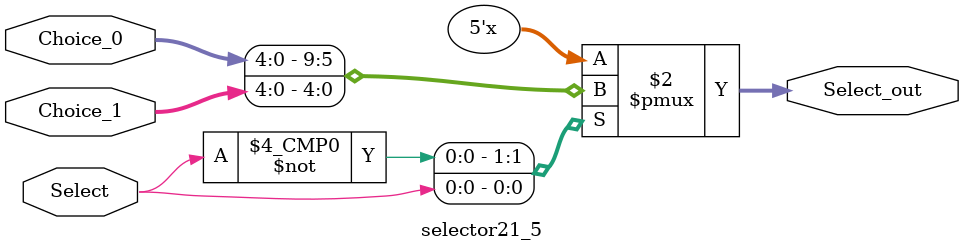
<source format=v>
`timescale 1ns / 1ps


module selector21_5(
	input [4:0] Choice_0 , Choice_1,
	input Select,
	output reg [4:0] Select_out
);
	
	always@(*)
	begin
		case(Select)
			1'b0: Select_out = Choice_0;
			1'b1: Select_out = Choice_1;
		endcase
	end
endmodule

</source>
